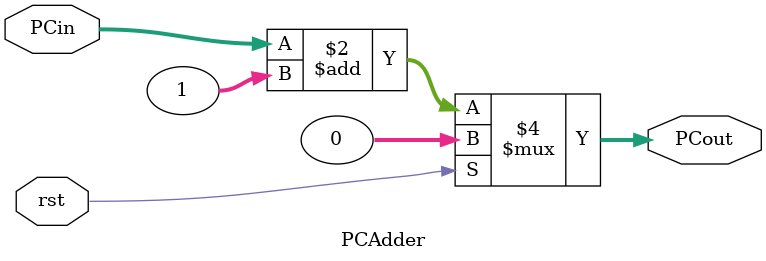
<source format=v>
module PCAdder( input [31:0] PCin,
                input rst,
                output reg [31:0] PCout);
                
    always @*
        if(rst) PCout = 0;
        else PCout = PCin + 1;
endmodule
</source>
